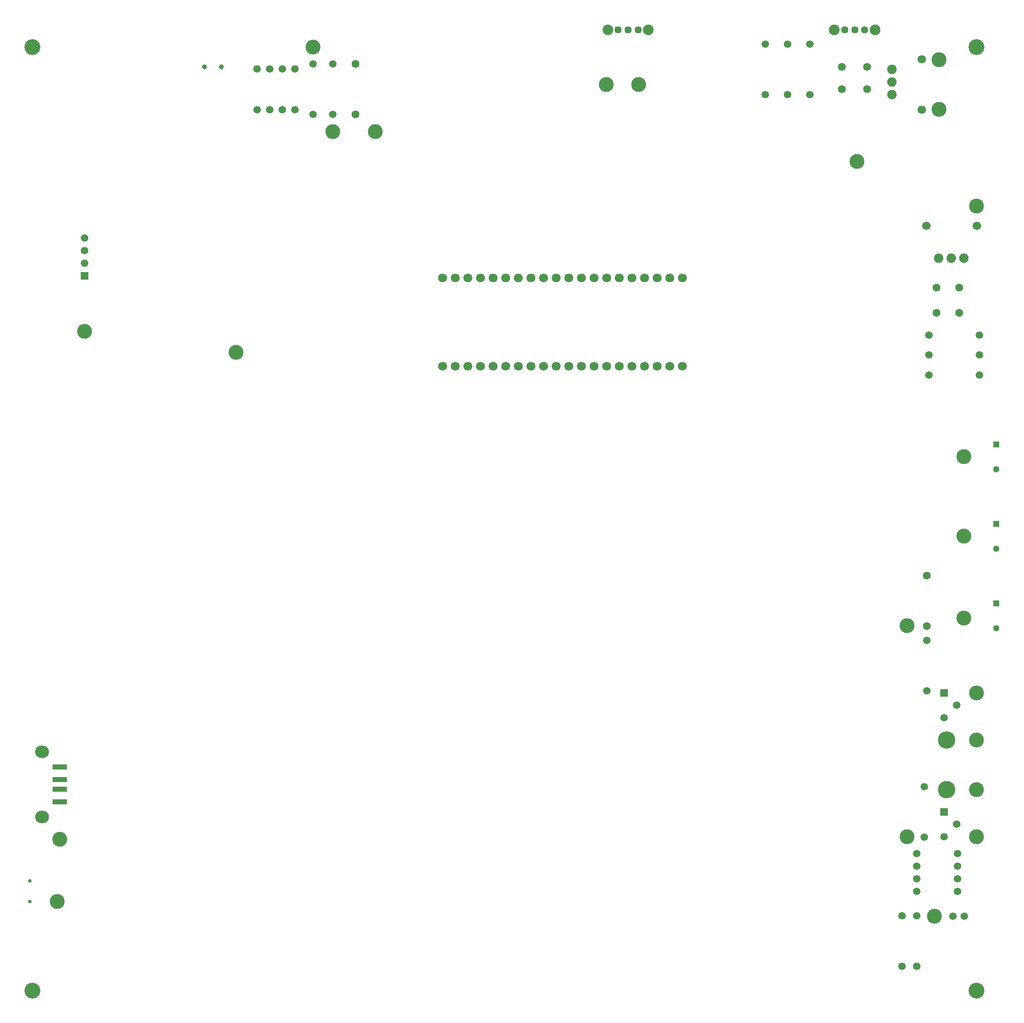
<source format=gbr>
%TF.GenerationSoftware,Altium Limited,Altium Designer,24.5.1 (21)*%
G04 Layer_Color=255*
%FSLAX45Y45*%
%MOMM*%
%TF.SameCoordinates,D7596F51-2DA0-4622-90E6-AC5F46AEA47A*%
%TF.FilePolarity,Positive*%
%TF.FileFunction,Pads,Bot*%
%TF.Part,Single*%
G01*
G75*
%TA.AperFunction,ComponentPad*%
%ADD19C,1.50000*%
G04:AMPARAMS|DCode=20|XSize=2.5mm|YSize=2.8mm|CornerRadius=1.25mm|HoleSize=0mm|Usage=FLASHONLY|Rotation=270.000|XOffset=0mm|YOffset=0mm|HoleType=Round|Shape=RoundedRectangle|*
%AMROUNDEDRECTD20*
21,1,2.50000,0.30000,0,0,270.0*
21,1,0.00000,2.80000,0,0,270.0*
1,1,2.50000,-0.15000,0.00000*
1,1,2.50000,-0.15000,0.00000*
1,1,2.50000,0.15000,0.00000*
1,1,2.50000,0.15000,0.00000*
%
%ADD20ROUNDEDRECTD20*%
%ADD21C,1.60000*%
%ADD22C,1.90000*%
%ADD23C,1.70000*%
%TA.AperFunction,ViaPad*%
%ADD24C,1.00000*%
%TA.AperFunction,ComponentPad*%
%ADD25C,2.15000*%
%ADD26C,1.45000*%
%ADD27C,3.50000*%
%ADD28C,1.80000*%
%ADD29R,1.50000X1.50000*%
%ADD30R,1.50000X1.50000*%
%ADD31R,1.30000X1.30000*%
%ADD32C,1.30000*%
%ADD33C,0.70000*%
%TA.AperFunction,WasherPad*%
%ADD34C,3.20000*%
%TA.AperFunction,SMDPad,CuDef*%
%ADD37R,2.88000X1.12000*%
%TA.AperFunction,TestPad*%
%ADD38C,3.00000*%
%TA.AperFunction,SMDPad,CuDef*%
%ADD39C,3.00000*%
D19*
X18449992Y3592000D02*
D03*
X18450008Y4608000D02*
D03*
X18542000Y12900008D02*
D03*
X19558000Y12899992D02*
D03*
X19025726Y2003956D02*
D03*
X19250726D02*
D03*
X6549992Y18142000D02*
D03*
X6550008Y19158000D02*
D03*
X18300000Y3262000D02*
D03*
Y2754000D02*
D03*
Y2500000D02*
D03*
Y3008000D02*
D03*
X19120000Y2499000D02*
D03*
Y3262000D02*
D03*
Y2754000D02*
D03*
Y3008000D02*
D03*
X16150008Y19558000D02*
D03*
X16149992Y18542000D02*
D03*
X15699992D02*
D03*
X15700008Y19558000D02*
D03*
X15249992Y18542000D02*
D03*
X15250008Y19558000D02*
D03*
X19100000Y6250000D02*
D03*
X18850000Y6000000D02*
D03*
X17999992Y992000D02*
D03*
X18000008Y2008000D02*
D03*
X18299992Y992000D02*
D03*
X18300008Y2008000D02*
D03*
X18499992Y6542000D02*
D03*
X18500008Y7558000D02*
D03*
X19100000Y3850000D02*
D03*
X18850000Y3600000D02*
D03*
X1550000Y15146001D02*
D03*
Y15400000D02*
D03*
Y15653999D02*
D03*
X18541998Y13300008D02*
D03*
X19558000Y13299992D02*
D03*
X19557999Y13699992D02*
D03*
X18542000Y13700008D02*
D03*
X6150008Y19158000D02*
D03*
X6149992Y18142000D02*
D03*
X5273000Y19060001D02*
D03*
X5527000D02*
D03*
X5019000Y19060001D02*
D03*
X5782000D02*
D03*
X5273000Y18239999D02*
D03*
X5781000Y18239999D02*
D03*
X5527000Y18239999D02*
D03*
X5019000Y18239999D02*
D03*
D20*
X694500Y5312000D02*
D03*
Y3998000D02*
D03*
D21*
X19150000Y14150000D02*
D03*
Y14658000D02*
D03*
X18699998Y14150000D02*
D03*
Y14658000D02*
D03*
X7000000Y19158000D02*
D03*
Y18142000D02*
D03*
X18500000Y7842000D02*
D03*
Y8858000D02*
D03*
X17300000Y19100000D02*
D03*
X16792000D02*
D03*
X17300000Y18650000D02*
D03*
X16792000D02*
D03*
D22*
X18742000Y15249998D02*
D03*
X18996001Y15250000D02*
D03*
X19250000D02*
D03*
X17800000Y18800000D02*
D03*
Y19053999D02*
D03*
Y18546001D02*
D03*
D23*
X18492000Y15900000D02*
D03*
X19508000D02*
D03*
X18400000Y19258000D02*
D03*
Y18242000D02*
D03*
D24*
X4299999Y19100000D02*
D03*
X3960999D02*
D03*
D25*
X12899998Y19850000D02*
D03*
X12079999D02*
D03*
X17460001D02*
D03*
X16639999D02*
D03*
D26*
X12289999D02*
D03*
X12489999D02*
D03*
X12689999D02*
D03*
X16850000D02*
D03*
X17050000D02*
D03*
X17250000D02*
D03*
D27*
X18900000Y5550000D02*
D03*
Y4550000D02*
D03*
D28*
X13077229Y14849657D02*
D03*
X12823230Y14849657D02*
D03*
X12569230Y14849657D02*
D03*
X12315230Y14849657D02*
D03*
X13077998Y13073001D02*
D03*
X12823999Y13073001D02*
D03*
X12570000Y13073001D02*
D03*
X12316000D02*
D03*
X12062000D02*
D03*
X11807999D02*
D03*
X11553999D02*
D03*
X8760000Y14850000D02*
D03*
X9014000D02*
D03*
X9268000D02*
D03*
X9521999D02*
D03*
X9776000Y14850000D02*
D03*
X10030000Y14850000D02*
D03*
X10284000D02*
D03*
X10791999Y14850000D02*
D03*
X8760001Y13073001D02*
D03*
X9013999D02*
D03*
X9267999D02*
D03*
X9776000D02*
D03*
X10284000D02*
D03*
X10538000D02*
D03*
X10791999D02*
D03*
X11046000D02*
D03*
X11299999D02*
D03*
X11554000Y14850000D02*
D03*
X11046000Y14850000D02*
D03*
X11300000Y14850000D02*
D03*
X11807230Y14849657D02*
D03*
X12061230Y14849657D02*
D03*
X10538000Y14850000D02*
D03*
X13585999Y13073001D02*
D03*
X13585229Y14849657D02*
D03*
X13331230D02*
D03*
X9521999Y13073001D02*
D03*
X13332001D02*
D03*
X10030000D02*
D03*
D29*
X18850000Y6500000D02*
D03*
Y4100000D02*
D03*
D30*
X1550000Y14892000D02*
D03*
D31*
X19900000Y9900000D02*
D03*
Y8300000D02*
D03*
Y11500000D02*
D03*
D32*
Y9400000D02*
D03*
Y7800000D02*
D03*
Y11000000D02*
D03*
D33*
X450000Y2715000D02*
D03*
Y2300000D02*
D03*
D34*
X500000Y500000D02*
D03*
X19500000Y19500000D02*
D03*
X500000D02*
D03*
X19500000Y500000D02*
D03*
D37*
X1052500Y4755000D02*
D03*
Y4555000D02*
D03*
X1052500Y5005000D02*
D03*
X1052500Y4305000D02*
D03*
D38*
X18100000Y3600000D02*
D03*
X19500000D02*
D03*
X19500000Y16300000D02*
D03*
X1000000Y2300000D02*
D03*
X17100000Y17200000D02*
D03*
X19250000Y8000000D02*
D03*
Y9650000D02*
D03*
X4600000Y13350000D02*
D03*
X19250000Y11250000D02*
D03*
X12050000Y18750000D02*
D03*
X1550000Y13776826D02*
D03*
X12700000Y18750000D02*
D03*
X6150000Y19500000D02*
D03*
X7400000Y17800000D02*
D03*
X6550000D02*
D03*
X18100000Y7850000D02*
D03*
X18750000Y18250000D02*
D03*
Y19250000D02*
D03*
D39*
X18650000Y2000000D02*
D03*
X1050000Y3550000D02*
D03*
X19500000Y6500000D02*
D03*
Y4550000D02*
D03*
Y5550000D02*
D03*
%TF.MD5,c20bb4240797c1b29821f6c5fce5aad1*%
M02*

</source>
